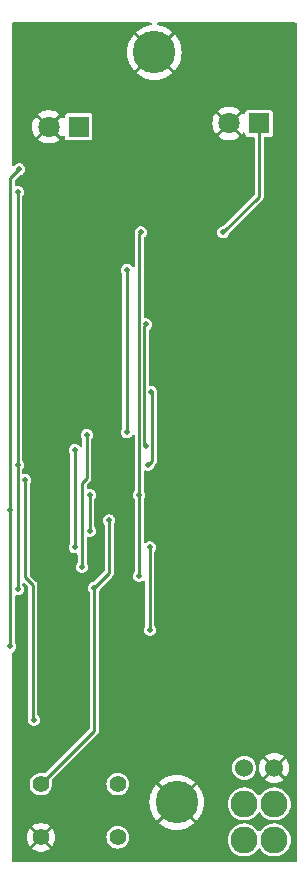
<source format=gbr>
%TF.GenerationSoftware,KiCad,Pcbnew,7.0.6-7.0.6~ubuntu22.04.1*%
%TF.CreationDate,2023-09-16T17:19:44-04:00*%
%TF.ProjectId,avr-smt-44,6176722d-736d-4742-9d34-342e6b696361,rev?*%
%TF.SameCoordinates,Original*%
%TF.FileFunction,Copper,L2,Bot*%
%TF.FilePolarity,Positive*%
%FSLAX46Y46*%
G04 Gerber Fmt 4.6, Leading zero omitted, Abs format (unit mm)*
G04 Created by KiCad (PCBNEW 7.0.6-7.0.6~ubuntu22.04.1) date 2023-09-16 17:19:44*
%MOMM*%
%LPD*%
G01*
G04 APERTURE LIST*
%TA.AperFunction,ComponentPad*%
%ADD10C,3.600000*%
%TD*%
%TA.AperFunction,ComponentPad*%
%ADD11C,1.397000*%
%TD*%
%TA.AperFunction,ComponentPad*%
%ADD12C,1.524000*%
%TD*%
%TA.AperFunction,ComponentPad*%
%ADD13C,2.286000*%
%TD*%
%TA.AperFunction,ComponentPad*%
%ADD14R,1.800000X1.800000*%
%TD*%
%TA.AperFunction,ComponentPad*%
%ADD15C,1.800000*%
%TD*%
%TA.AperFunction,ViaPad*%
%ADD16C,0.508000*%
%TD*%
%TA.AperFunction,Conductor*%
%ADD17C,0.254000*%
%TD*%
G04 APERTURE END LIST*
D10*
%TO.P,TP2,1,1*%
%TO.N,GND*%
X167005000Y-122555000D03*
%TD*%
%TO.P,TP1,1,1*%
%TO.N,GND*%
X165100000Y-59055000D03*
%TD*%
D11*
%TO.P,SW1,1,1*%
%TO.N,/MISO*%
X155498800Y-121011350D03*
%TO.P,SW1,2,2*%
%TO.N,GND*%
X155498800Y-125507150D03*
%TO.P,SW1,3*%
%TO.N,N/C*%
X162001200Y-125507150D03*
%TO.P,SW1,4*%
X162001200Y-121011350D03*
%TD*%
D12*
%TO.P,BT1,1,+*%
%TO.N,VCC*%
X172720000Y-119634000D03*
%TO.P,BT1,2,-*%
%TO.N,GND*%
X175260000Y-119634000D03*
D13*
%TO.P,BT1,5*%
%TO.N,N/C*%
X172720000Y-122682000D03*
%TO.P,BT1,6*%
X175260000Y-122682000D03*
%TO.P,BT1,7*%
X172720000Y-125730000D03*
%TO.P,BT1,8*%
X175260000Y-125730000D03*
%TD*%
D14*
%TO.P,D9,1,K*%
%TO.N,/MOSI*%
X158710000Y-65350000D03*
D15*
%TO.P,D9,2,A*%
%TO.N,GND*%
X156170000Y-65350000D03*
%TD*%
D14*
%TO.P,D10,1,K*%
%TO.N,/SCL*%
X173970000Y-65060000D03*
D15*
%TO.P,D10,2,A*%
%TO.N,GND*%
X171430000Y-65060000D03*
%TD*%
D16*
%TO.N,GND*%
X156083000Y-111760000D03*
X175768000Y-114427000D03*
X175895000Y-109474000D03*
X175768000Y-104394000D03*
X175895000Y-99187000D03*
X175895000Y-94107000D03*
X176022000Y-88773000D03*
X176022000Y-83693000D03*
X176022000Y-78740000D03*
X161290000Y-89408000D03*
X160401000Y-87757000D03*
X161290000Y-74422000D03*
%TO.N,/SCL*%
X170942000Y-74295000D03*
X163957000Y-74295000D03*
%TO.N,/nRESET*%
X153543000Y-70866000D03*
%TO.N,Net-(U1-PB2)*%
X154940000Y-115570000D03*
X154178000Y-95250000D03*
%TO.N,/nRESET*%
X153543000Y-104521000D03*
X153543000Y-93980000D03*
%TO.N,/MOSI*%
X152908000Y-109347000D03*
%TO.N,/MISO*%
X160020000Y-104394000D03*
X161290000Y-98679000D03*
%TO.N,/SCL*%
X163830000Y-103378000D03*
X163830000Y-96520000D03*
%TO.N,Net-(U1-AREF{slash}PA0)*%
X162814000Y-77469998D03*
X162765268Y-91234044D03*
%TO.N,Net-(U1-PA1)*%
X164388800Y-82081235D03*
X164388800Y-92340663D03*
%TO.N,Net-(U1-PA2)*%
X164820600Y-87794613D03*
X164592000Y-93980000D03*
%TO.N,Net-(U1-XTAL2{slash}PB1)*%
X158369000Y-92710000D03*
X158369000Y-100965000D03*
X164719000Y-107950000D03*
X164719000Y-100965000D03*
%TO.N,Net-(U1-XTAL1{slash}PB0)*%
X159004000Y-102616000D03*
X159385000Y-91440000D03*
%TO.N,Net-(U1-PA7)*%
X159639000Y-99568000D03*
X159639000Y-96520000D03*
%TO.N,/MOSI*%
X152908000Y-97790000D03*
X153670000Y-68935000D03*
%TD*%
D17*
%TO.N,/MOSI*%
X152907500Y-97789500D02*
X152907500Y-69697500D01*
X152908000Y-97790000D02*
X152907500Y-97789500D01*
X152907500Y-69697500D02*
X153670000Y-68935000D01*
%TO.N,Net-(U1-AREF{slash}PA0)*%
X162763200Y-77520798D02*
X162814000Y-77469998D01*
X162763200Y-91231976D02*
X162763200Y-77520798D01*
X162765268Y-91234044D02*
X162763200Y-91231976D01*
%TO.N,/MISO*%
X160020000Y-104394000D02*
X160020000Y-116490150D01*
X160020000Y-116490150D02*
X155498800Y-121011350D01*
%TO.N,/SCL*%
X170942000Y-74295000D02*
X173970000Y-71267000D01*
X173970000Y-71267000D02*
X173970000Y-65060000D01*
%TO.N,Net-(U1-PA2)*%
X164592000Y-93980000D02*
X164947600Y-93624400D01*
%TO.N,/SCL*%
X163830000Y-96520000D02*
X163830000Y-74422000D01*
X163830000Y-74422000D02*
X163957000Y-74295000D01*
%TO.N,Net-(U1-PA1)*%
X164261800Y-92213663D02*
X164261800Y-82208235D01*
%TO.N,Net-(U1-PA2)*%
X164947600Y-93624400D02*
X164947600Y-87921613D01*
%TO.N,Net-(U1-PA1)*%
X164388800Y-92340663D02*
X164261800Y-92213663D01*
%TO.N,Net-(U1-PA2)*%
X164947600Y-87921613D02*
X164820600Y-87794613D01*
%TO.N,Net-(U1-PA1)*%
X164261800Y-82208235D02*
X164388800Y-82081235D01*
%TO.N,/nRESET*%
X153543000Y-70866000D02*
X153543000Y-93980000D01*
%TO.N,Net-(U1-PB2)*%
X154178000Y-95250000D02*
X154178000Y-103505000D01*
X154178000Y-103505000D02*
X154813000Y-104140000D01*
X154813000Y-104140000D02*
X154813000Y-115443000D01*
X154813000Y-115443000D02*
X154940000Y-115570000D01*
%TO.N,/nRESET*%
X153543000Y-93980000D02*
X153543000Y-104521000D01*
%TO.N,/MOSI*%
X152908000Y-97790000D02*
X152908000Y-109347000D01*
%TO.N,/MISO*%
X161290000Y-98679000D02*
X161290000Y-103124000D01*
X161290000Y-103124000D02*
X160020000Y-104394000D01*
%TO.N,/SCL*%
X163830000Y-96520000D02*
X163830000Y-103378000D01*
%TO.N,Net-(U1-XTAL2{slash}PB1)*%
X158369000Y-100965000D02*
X158369000Y-92710000D01*
X164719000Y-107950000D02*
X164719000Y-100965000D01*
%TO.N,Net-(U1-XTAL1{slash}PB0)*%
X159385000Y-91440000D02*
X159385000Y-95123000D01*
X159385000Y-95123000D02*
X159004000Y-95504000D01*
X159004000Y-95504000D02*
X159004000Y-102616000D01*
%TO.N,Net-(U1-PA7)*%
X159639000Y-96520000D02*
X159639000Y-99568000D01*
%TD*%
%TA.AperFunction,Conductor*%
%TO.N,GND*%
G36*
X164827847Y-56535002D02*
G01*
X164874340Y-56588658D01*
X164884444Y-56658932D01*
X164854950Y-56723512D01*
X164795224Y-56761896D01*
X164784308Y-56764579D01*
X164501365Y-56820860D01*
X164501355Y-56820862D01*
X164214879Y-56918108D01*
X164214865Y-56918114D01*
X163943526Y-57051923D01*
X163691964Y-57220011D01*
X163691960Y-57220014D01*
X163560184Y-57335578D01*
X163560184Y-57335580D01*
X164487486Y-58262882D01*
X164371469Y-58362480D01*
X164308816Y-58443420D01*
X163380580Y-57515184D01*
X163380578Y-57515184D01*
X163265014Y-57646960D01*
X163265011Y-57646964D01*
X163096923Y-57898526D01*
X162963114Y-58169865D01*
X162963108Y-58169879D01*
X162865862Y-58456355D01*
X162865860Y-58456365D01*
X162806837Y-58753088D01*
X162806835Y-58753103D01*
X162787048Y-59054996D01*
X162787048Y-59055003D01*
X162806835Y-59356896D01*
X162806837Y-59356911D01*
X162865860Y-59653634D01*
X162865862Y-59653644D01*
X162963108Y-59940120D01*
X162963114Y-59940134D01*
X163096923Y-60211473D01*
X163265009Y-60463033D01*
X163380580Y-60594814D01*
X164305140Y-59670254D01*
X164305146Y-59670263D01*
X164445268Y-59817671D01*
X164487522Y-59847080D01*
X163560184Y-60774418D01*
X163560184Y-60774419D01*
X163691974Y-60889995D01*
X163943526Y-61058076D01*
X164214865Y-61191885D01*
X164214879Y-61191891D01*
X164501355Y-61289137D01*
X164501365Y-61289139D01*
X164798088Y-61348162D01*
X164798103Y-61348164D01*
X165099997Y-61367952D01*
X165100003Y-61367952D01*
X165401896Y-61348164D01*
X165401911Y-61348162D01*
X165698634Y-61289139D01*
X165698644Y-61289137D01*
X165985120Y-61191891D01*
X165985134Y-61191885D01*
X166256473Y-61058076D01*
X166508036Y-60889987D01*
X166508041Y-60889984D01*
X166639814Y-60774420D01*
X166639814Y-60774418D01*
X165712513Y-59847117D01*
X165828531Y-59747520D01*
X165891183Y-59666579D01*
X166819418Y-60594814D01*
X166819420Y-60594814D01*
X166934984Y-60463041D01*
X166934987Y-60463036D01*
X167103076Y-60211473D01*
X167236885Y-59940134D01*
X167236891Y-59940120D01*
X167334137Y-59653644D01*
X167334139Y-59653634D01*
X167393162Y-59356911D01*
X167393164Y-59356896D01*
X167412952Y-59055003D01*
X167412952Y-59054996D01*
X167393164Y-58753103D01*
X167393162Y-58753088D01*
X167334139Y-58456365D01*
X167334137Y-58456355D01*
X167236891Y-58169879D01*
X167236885Y-58169865D01*
X167103076Y-57898526D01*
X166934995Y-57646974D01*
X166819418Y-57515184D01*
X165894858Y-58439744D01*
X165894854Y-58439737D01*
X165754732Y-58292329D01*
X165712476Y-58262918D01*
X166639814Y-57335580D01*
X166639814Y-57335579D01*
X166508033Y-57220009D01*
X166256473Y-57051923D01*
X165985134Y-56918114D01*
X165985120Y-56918108D01*
X165698644Y-56820862D01*
X165698634Y-56820860D01*
X165415692Y-56764579D01*
X165352783Y-56731671D01*
X165317651Y-56669976D01*
X165321451Y-56599082D01*
X165362977Y-56541496D01*
X165429044Y-56515501D01*
X165440274Y-56515000D01*
X177039000Y-56515000D01*
X177107121Y-56535002D01*
X177153614Y-56588658D01*
X177165000Y-56641000D01*
X177165000Y-127509000D01*
X177144998Y-127577121D01*
X177091342Y-127623614D01*
X177039000Y-127635000D01*
X153161000Y-127635000D01*
X153092879Y-127614998D01*
X153046386Y-127561342D01*
X153035000Y-127509000D01*
X153035000Y-125507150D01*
X154287131Y-125507150D01*
X154307762Y-125729797D01*
X154368949Y-125944846D01*
X154368952Y-125944854D01*
X154468619Y-126145013D01*
X154560139Y-126266204D01*
X155041787Y-125784556D01*
X155058931Y-125817643D01*
X155159013Y-125924805D01*
X155222277Y-125963276D01*
X154738718Y-126446835D01*
X154768607Y-126474084D01*
X154768613Y-126474088D01*
X154958701Y-126591785D01*
X154958711Y-126591790D01*
X155167209Y-126672563D01*
X155387004Y-126713650D01*
X155610596Y-126713650D01*
X155830390Y-126672563D01*
X156038888Y-126591790D01*
X156038893Y-126591788D01*
X156228993Y-126474083D01*
X156228998Y-126474079D01*
X156258881Y-126446835D01*
X155778924Y-125966878D01*
X155892293Y-125874647D01*
X155955854Y-125784600D01*
X156437458Y-126266204D01*
X156437459Y-126266204D01*
X156528982Y-126145009D01*
X156628647Y-125944854D01*
X156628650Y-125944846D01*
X156689837Y-125729797D01*
X156710468Y-125507153D01*
X161043589Y-125507153D01*
X161061987Y-125693963D01*
X161061987Y-125693965D01*
X161116482Y-125873609D01*
X161116484Y-125873615D01*
X161163097Y-125960821D01*
X161204976Y-126039170D01*
X161324067Y-126184283D01*
X161469180Y-126303374D01*
X161634738Y-126391867D01*
X161814379Y-126446361D01*
X161814383Y-126446361D01*
X161814385Y-126446362D01*
X162001197Y-126464761D01*
X162001200Y-126464761D01*
X162001203Y-126464761D01*
X162188013Y-126446362D01*
X162188015Y-126446362D01*
X162188016Y-126446361D01*
X162188021Y-126446361D01*
X162367662Y-126391867D01*
X162533220Y-126303374D01*
X162678333Y-126184283D01*
X162797424Y-126039170D01*
X162885917Y-125873612D01*
X162929482Y-125730000D01*
X171317710Y-125730000D01*
X171336835Y-125960812D01*
X171336837Y-125960821D01*
X171393688Y-126185319D01*
X171393691Y-126185326D01*
X171486722Y-126397415D01*
X171613395Y-126591304D01*
X171770248Y-126761692D01*
X171770253Y-126761696D01*
X171770255Y-126761698D01*
X171953019Y-126903949D01*
X171953020Y-126903950D01*
X172156707Y-127014180D01*
X172156709Y-127014181D01*
X172271716Y-127053662D01*
X172375758Y-127089380D01*
X172604200Y-127127500D01*
X172604204Y-127127500D01*
X172835796Y-127127500D01*
X172835800Y-127127500D01*
X173064242Y-127089380D01*
X173283293Y-127014180D01*
X173486980Y-126903950D01*
X173669745Y-126761698D01*
X173713977Y-126713650D01*
X173826604Y-126591304D01*
X173884517Y-126502661D01*
X173938520Y-126456573D01*
X174008868Y-126446997D01*
X174073225Y-126476974D01*
X174095483Y-126502661D01*
X174153395Y-126591304D01*
X174310248Y-126761692D01*
X174310253Y-126761696D01*
X174310255Y-126761698D01*
X174493019Y-126903949D01*
X174493020Y-126903950D01*
X174696707Y-127014180D01*
X174696709Y-127014181D01*
X174811716Y-127053662D01*
X174915758Y-127089380D01*
X175144200Y-127127500D01*
X175144204Y-127127500D01*
X175375796Y-127127500D01*
X175375800Y-127127500D01*
X175604242Y-127089380D01*
X175823293Y-127014180D01*
X176026980Y-126903950D01*
X176209745Y-126761698D01*
X176253977Y-126713650D01*
X176366604Y-126591304D01*
X176441299Y-126476974D01*
X176493277Y-126397416D01*
X176586310Y-126185323D01*
X176643165Y-125960809D01*
X176662290Y-125730000D01*
X176643165Y-125499191D01*
X176597872Y-125320336D01*
X176586311Y-125274680D01*
X176586308Y-125274673D01*
X176493277Y-125062584D01*
X176366604Y-124868695D01*
X176209751Y-124698307D01*
X176026980Y-124556050D01*
X176026979Y-124556049D01*
X175823292Y-124445819D01*
X175823290Y-124445818D01*
X175604246Y-124370621D01*
X175604239Y-124370619D01*
X175506470Y-124354305D01*
X175375800Y-124332500D01*
X175144200Y-124332500D01*
X175029877Y-124351576D01*
X174915760Y-124370619D01*
X174915753Y-124370621D01*
X174696709Y-124445818D01*
X174696707Y-124445819D01*
X174493020Y-124556049D01*
X174493019Y-124556050D01*
X174310248Y-124698307D01*
X174153395Y-124868695D01*
X174095483Y-124957338D01*
X174041480Y-125003427D01*
X173971132Y-125013002D01*
X173906774Y-124983025D01*
X173884517Y-124957338D01*
X173826604Y-124868695D01*
X173669751Y-124698307D01*
X173486980Y-124556050D01*
X173486979Y-124556049D01*
X173283292Y-124445819D01*
X173283290Y-124445818D01*
X173064246Y-124370621D01*
X173064239Y-124370619D01*
X172966470Y-124354305D01*
X172835800Y-124332500D01*
X172604200Y-124332500D01*
X172489877Y-124351576D01*
X172375760Y-124370619D01*
X172375753Y-124370621D01*
X172156709Y-124445818D01*
X172156707Y-124445819D01*
X171953020Y-124556049D01*
X171953019Y-124556050D01*
X171770248Y-124698307D01*
X171613395Y-124868695D01*
X171486722Y-125062584D01*
X171393691Y-125274673D01*
X171393688Y-125274680D01*
X171336837Y-125499178D01*
X171336835Y-125499187D01*
X171317710Y-125730000D01*
X162929482Y-125730000D01*
X162940411Y-125693971D01*
X162958811Y-125507150D01*
X162940412Y-125320336D01*
X162940412Y-125320334D01*
X162940411Y-125320331D01*
X162940411Y-125320329D01*
X162885917Y-125140688D01*
X162797424Y-124975130D01*
X162678333Y-124830017D01*
X162533220Y-124710926D01*
X162497597Y-124691885D01*
X162367665Y-124622434D01*
X162367659Y-124622432D01*
X162188014Y-124567937D01*
X162001203Y-124549539D01*
X162001197Y-124549539D01*
X161814386Y-124567937D01*
X161814384Y-124567937D01*
X161634740Y-124622432D01*
X161634734Y-124622434D01*
X161469179Y-124710926D01*
X161324067Y-124830017D01*
X161204976Y-124975129D01*
X161116484Y-125140684D01*
X161116482Y-125140690D01*
X161061987Y-125320334D01*
X161061987Y-125320336D01*
X161043589Y-125507146D01*
X161043589Y-125507153D01*
X156710468Y-125507153D01*
X156710468Y-125507150D01*
X156689837Y-125284502D01*
X156628650Y-125069453D01*
X156628647Y-125069445D01*
X156528980Y-124869286D01*
X156437459Y-124748094D01*
X155955811Y-125229741D01*
X155938669Y-125196657D01*
X155838587Y-125089495D01*
X155775321Y-125051022D01*
X156258880Y-124567463D01*
X156228992Y-124540215D01*
X156228986Y-124540211D01*
X156038898Y-124422514D01*
X156038888Y-124422509D01*
X155830390Y-124341736D01*
X155610596Y-124300650D01*
X155387004Y-124300650D01*
X155167209Y-124341736D01*
X154958711Y-124422509D01*
X154958701Y-124422514D01*
X154768614Y-124540210D01*
X154768606Y-124540217D01*
X154738717Y-124567463D01*
X155218675Y-125047421D01*
X155105307Y-125139653D01*
X155041745Y-125229699D01*
X154560140Y-124748094D01*
X154560138Y-124748094D01*
X154468620Y-124869284D01*
X154368952Y-125069445D01*
X154368949Y-125069453D01*
X154307762Y-125284502D01*
X154287131Y-125507150D01*
X153035000Y-125507150D01*
X153035000Y-122555003D01*
X164692048Y-122555003D01*
X164711835Y-122856896D01*
X164711837Y-122856911D01*
X164770860Y-123153634D01*
X164770862Y-123153644D01*
X164868108Y-123440120D01*
X164868114Y-123440134D01*
X165001923Y-123711473D01*
X165170009Y-123963033D01*
X165285580Y-124094814D01*
X166210140Y-123170254D01*
X166210146Y-123170263D01*
X166350268Y-123317671D01*
X166392522Y-123347080D01*
X165465184Y-124274418D01*
X165465184Y-124274419D01*
X165596974Y-124389995D01*
X165848526Y-124558076D01*
X166119865Y-124691885D01*
X166119879Y-124691891D01*
X166406355Y-124789137D01*
X166406365Y-124789139D01*
X166703088Y-124848162D01*
X166703103Y-124848164D01*
X167004997Y-124867952D01*
X167005003Y-124867952D01*
X167306896Y-124848164D01*
X167306911Y-124848162D01*
X167603634Y-124789139D01*
X167603644Y-124789137D01*
X167890120Y-124691891D01*
X167890134Y-124691885D01*
X168161473Y-124558076D01*
X168413036Y-124389987D01*
X168413041Y-124389984D01*
X168544814Y-124274420D01*
X168544814Y-124274418D01*
X167617513Y-123347117D01*
X167733531Y-123247520D01*
X167796183Y-123166579D01*
X168724418Y-124094814D01*
X168724420Y-124094814D01*
X168839984Y-123963041D01*
X168839987Y-123963036D01*
X169008076Y-123711473D01*
X169141885Y-123440134D01*
X169141891Y-123440120D01*
X169239137Y-123153644D01*
X169239139Y-123153634D01*
X169298162Y-122856911D01*
X169298164Y-122856896D01*
X169309628Y-122682000D01*
X171317710Y-122682000D01*
X171336835Y-122912812D01*
X171336837Y-122912821D01*
X171393688Y-123137319D01*
X171393691Y-123137326D01*
X171486722Y-123349415D01*
X171613395Y-123543304D01*
X171770248Y-123713692D01*
X171770253Y-123713696D01*
X171770255Y-123713698D01*
X171953019Y-123855949D01*
X171953020Y-123855950D01*
X172156707Y-123966180D01*
X172156709Y-123966181D01*
X172271716Y-124005662D01*
X172375758Y-124041380D01*
X172604200Y-124079500D01*
X172604204Y-124079500D01*
X172835796Y-124079500D01*
X172835800Y-124079500D01*
X173064242Y-124041380D01*
X173283293Y-123966180D01*
X173486980Y-123855950D01*
X173669745Y-123713698D01*
X173671794Y-123711473D01*
X173826604Y-123543304D01*
X173884517Y-123454661D01*
X173938520Y-123408573D01*
X174008868Y-123398997D01*
X174073225Y-123428974D01*
X174095483Y-123454661D01*
X174153395Y-123543304D01*
X174310248Y-123713692D01*
X174310253Y-123713696D01*
X174310255Y-123713698D01*
X174493019Y-123855949D01*
X174493020Y-123855950D01*
X174696707Y-123966180D01*
X174696709Y-123966181D01*
X174811716Y-124005662D01*
X174915758Y-124041380D01*
X175144200Y-124079500D01*
X175144204Y-124079500D01*
X175375796Y-124079500D01*
X175375800Y-124079500D01*
X175604242Y-124041380D01*
X175823293Y-123966180D01*
X176026980Y-123855950D01*
X176209745Y-123713698D01*
X176211794Y-123711473D01*
X176366604Y-123543304D01*
X176434017Y-123440120D01*
X176493277Y-123349416D01*
X176586310Y-123137323D01*
X176643165Y-122912809D01*
X176662290Y-122682000D01*
X176643165Y-122451191D01*
X176630908Y-122402791D01*
X176586311Y-122226680D01*
X176586308Y-122226673D01*
X176493277Y-122014584D01*
X176366604Y-121820695D01*
X176209751Y-121650307D01*
X176107111Y-121570419D01*
X176026980Y-121508050D01*
X176026979Y-121508049D01*
X175823292Y-121397819D01*
X175823290Y-121397818D01*
X175604246Y-121322621D01*
X175604239Y-121322619D01*
X175506470Y-121306305D01*
X175375800Y-121284500D01*
X175144200Y-121284500D01*
X175029877Y-121303576D01*
X174915760Y-121322619D01*
X174915753Y-121322621D01*
X174696709Y-121397818D01*
X174696707Y-121397819D01*
X174493020Y-121508049D01*
X174493019Y-121508050D01*
X174310248Y-121650307D01*
X174153395Y-121820695D01*
X174095483Y-121909338D01*
X174041480Y-121955427D01*
X173971132Y-121965002D01*
X173906774Y-121935025D01*
X173884517Y-121909338D01*
X173826604Y-121820695D01*
X173669751Y-121650307D01*
X173567111Y-121570419D01*
X173486980Y-121508050D01*
X173486979Y-121508049D01*
X173283292Y-121397819D01*
X173283290Y-121397818D01*
X173064246Y-121322621D01*
X173064239Y-121322619D01*
X172966470Y-121306305D01*
X172835800Y-121284500D01*
X172604200Y-121284500D01*
X172489877Y-121303576D01*
X172375760Y-121322619D01*
X172375753Y-121322621D01*
X172156709Y-121397818D01*
X172156707Y-121397819D01*
X171953020Y-121508049D01*
X171953019Y-121508050D01*
X171770248Y-121650307D01*
X171613395Y-121820695D01*
X171486722Y-122014584D01*
X171393691Y-122226673D01*
X171393688Y-122226680D01*
X171336837Y-122451178D01*
X171336835Y-122451187D01*
X171317710Y-122682000D01*
X169309628Y-122682000D01*
X169317952Y-122555003D01*
X169317952Y-122554996D01*
X169298164Y-122253103D01*
X169298162Y-122253088D01*
X169239139Y-121956365D01*
X169239137Y-121956355D01*
X169141891Y-121669879D01*
X169141885Y-121669865D01*
X169008076Y-121398526D01*
X168839995Y-121146974D01*
X168724418Y-121015184D01*
X167799858Y-121939744D01*
X167799854Y-121939737D01*
X167659732Y-121792329D01*
X167617476Y-121762918D01*
X168544814Y-120835580D01*
X168544814Y-120835579D01*
X168413033Y-120720009D01*
X168161473Y-120551923D01*
X167890134Y-120418114D01*
X167890120Y-120418108D01*
X167603644Y-120320862D01*
X167603634Y-120320860D01*
X167306911Y-120261837D01*
X167306896Y-120261835D01*
X167005003Y-120242048D01*
X167004997Y-120242048D01*
X166703103Y-120261835D01*
X166703088Y-120261837D01*
X166406365Y-120320860D01*
X166406355Y-120320862D01*
X166119879Y-120418108D01*
X166119865Y-120418114D01*
X165848526Y-120551923D01*
X165596964Y-120720011D01*
X165596960Y-120720014D01*
X165465184Y-120835578D01*
X165465184Y-120835580D01*
X166392487Y-121762882D01*
X166276469Y-121862480D01*
X166213816Y-121943420D01*
X165285580Y-121015184D01*
X165285578Y-121015184D01*
X165170014Y-121146960D01*
X165170011Y-121146964D01*
X165001923Y-121398526D01*
X164868114Y-121669865D01*
X164868108Y-121669879D01*
X164770862Y-121956355D01*
X164770860Y-121956365D01*
X164711837Y-122253088D01*
X164711835Y-122253103D01*
X164692048Y-122554996D01*
X164692048Y-122555003D01*
X153035000Y-122555003D01*
X153035000Y-121011353D01*
X154541189Y-121011353D01*
X154559587Y-121198163D01*
X154559587Y-121198165D01*
X154614082Y-121377809D01*
X154614084Y-121377815D01*
X154683696Y-121508049D01*
X154702576Y-121543370D01*
X154821667Y-121688483D01*
X154966780Y-121807574D01*
X155132338Y-121896067D01*
X155311979Y-121950561D01*
X155311983Y-121950561D01*
X155311985Y-121950562D01*
X155498797Y-121968961D01*
X155498800Y-121968961D01*
X155498803Y-121968961D01*
X155685613Y-121950562D01*
X155685615Y-121950562D01*
X155685616Y-121950561D01*
X155685621Y-121950561D01*
X155865262Y-121896067D01*
X156030820Y-121807574D01*
X156175933Y-121688483D01*
X156295024Y-121543370D01*
X156383517Y-121377812D01*
X156438011Y-121198171D01*
X156456411Y-121011353D01*
X161043589Y-121011353D01*
X161061987Y-121198163D01*
X161061987Y-121198165D01*
X161116482Y-121377809D01*
X161116484Y-121377815D01*
X161186096Y-121508049D01*
X161204976Y-121543370D01*
X161324067Y-121688483D01*
X161469180Y-121807574D01*
X161634738Y-121896067D01*
X161814379Y-121950561D01*
X161814383Y-121950561D01*
X161814385Y-121950562D01*
X162001197Y-121968961D01*
X162001200Y-121968961D01*
X162001203Y-121968961D01*
X162188013Y-121950562D01*
X162188015Y-121950562D01*
X162188016Y-121950561D01*
X162188021Y-121950561D01*
X162367662Y-121896067D01*
X162533220Y-121807574D01*
X162678333Y-121688483D01*
X162797424Y-121543370D01*
X162885917Y-121377812D01*
X162940411Y-121198171D01*
X162958811Y-121011350D01*
X162946645Y-120887831D01*
X162940412Y-120824536D01*
X162940412Y-120824534D01*
X162940411Y-120824531D01*
X162940411Y-120824529D01*
X162885917Y-120644888D01*
X162797424Y-120479330D01*
X162678333Y-120334217D01*
X162533220Y-120215126D01*
X162507664Y-120201466D01*
X162367665Y-120126634D01*
X162367659Y-120126632D01*
X162188014Y-120072137D01*
X162001203Y-120053739D01*
X162001197Y-120053739D01*
X161814386Y-120072137D01*
X161814384Y-120072137D01*
X161634740Y-120126632D01*
X161634734Y-120126634D01*
X161469179Y-120215126D01*
X161324067Y-120334217D01*
X161204976Y-120479329D01*
X161116484Y-120644884D01*
X161116482Y-120644890D01*
X161061987Y-120824534D01*
X161061987Y-120824536D01*
X161043589Y-121011346D01*
X161043589Y-121011353D01*
X156456411Y-121011353D01*
X156456411Y-121011350D01*
X156444245Y-120887831D01*
X156438012Y-120824536D01*
X156438011Y-120824533D01*
X156438011Y-120824529D01*
X156410388Y-120733473D01*
X156409755Y-120662480D01*
X156441866Y-120607804D01*
X157415667Y-119634003D01*
X171698582Y-119634003D01*
X171718206Y-119833261D01*
X171718206Y-119833263D01*
X171776332Y-120024877D01*
X171776334Y-120024883D01*
X171870720Y-120201466D01*
X171870722Y-120201469D01*
X171997748Y-120356252D01*
X172152531Y-120483278D01*
X172329120Y-120577667D01*
X172520731Y-120635792D01*
X172520735Y-120635792D01*
X172520737Y-120635793D01*
X172719997Y-120655418D01*
X172720000Y-120655418D01*
X172720003Y-120655418D01*
X172919261Y-120635793D01*
X172919263Y-120635793D01*
X172919264Y-120635792D01*
X172919269Y-120635792D01*
X173110880Y-120577667D01*
X173287469Y-120483278D01*
X173442252Y-120356252D01*
X173569278Y-120201469D01*
X173663667Y-120024880D01*
X173721792Y-119833269D01*
X173737677Y-119671977D01*
X173752978Y-119634085D01*
X173973165Y-119634085D01*
X173986863Y-119660849D01*
X173988590Y-119673346D01*
X174004515Y-119855365D01*
X174004516Y-119855371D01*
X174062031Y-120070023D01*
X174062033Y-120070027D01*
X174155946Y-120271424D01*
X174155947Y-120271426D01*
X174274151Y-120440240D01*
X174274154Y-120440240D01*
X174897219Y-119817175D01*
X174927117Y-119875854D01*
X175018146Y-119966883D01*
X175076823Y-119996780D01*
X174453758Y-120619845D01*
X174622575Y-120738053D01*
X174622574Y-120738053D01*
X174823972Y-120831966D01*
X174823976Y-120831968D01*
X175038625Y-120889482D01*
X175260000Y-120908850D01*
X175481374Y-120889482D01*
X175696023Y-120831968D01*
X175696027Y-120831966D01*
X175897425Y-120738053D01*
X176066240Y-120619846D01*
X176066240Y-120619844D01*
X175443176Y-119996780D01*
X175501854Y-119966883D01*
X175592883Y-119875854D01*
X175622780Y-119817175D01*
X176245844Y-120440240D01*
X176245846Y-120440240D01*
X176364053Y-120271425D01*
X176457966Y-120070027D01*
X176457968Y-120070023D01*
X176515482Y-119855374D01*
X176534850Y-119633999D01*
X176515482Y-119412625D01*
X176457968Y-119197976D01*
X176457966Y-119197972D01*
X176364052Y-118996574D01*
X176245846Y-118827758D01*
X176245845Y-118827758D01*
X175622780Y-119450823D01*
X175592883Y-119392146D01*
X175501854Y-119301117D01*
X175443174Y-119271218D01*
X176066240Y-118648153D01*
X176066240Y-118648151D01*
X175897426Y-118529947D01*
X175897424Y-118529946D01*
X175696027Y-118436033D01*
X175696023Y-118436031D01*
X175481374Y-118378517D01*
X175260000Y-118359149D01*
X175038625Y-118378517D01*
X174823976Y-118436031D01*
X174823972Y-118436033D01*
X174622571Y-118529948D01*
X174453758Y-118648151D01*
X174453758Y-118648152D01*
X175076824Y-119271219D01*
X175018146Y-119301117D01*
X174927117Y-119392146D01*
X174897219Y-119450824D01*
X174274153Y-118827758D01*
X174274151Y-118827758D01*
X174155948Y-118996571D01*
X174062033Y-119197972D01*
X174062031Y-119197976D01*
X174004516Y-119412628D01*
X174004515Y-119412634D01*
X173988590Y-119594653D01*
X173973165Y-119634085D01*
X173752978Y-119634085D01*
X173752983Y-119634072D01*
X173739540Y-119608497D01*
X173737677Y-119596020D01*
X173737542Y-119594653D01*
X173721793Y-119434738D01*
X173721793Y-119434736D01*
X173721792Y-119434733D01*
X173721792Y-119434731D01*
X173663667Y-119243120D01*
X173569278Y-119066531D01*
X173442252Y-118911748D01*
X173287469Y-118784722D01*
X173287467Y-118784721D01*
X173287466Y-118784720D01*
X173110883Y-118690334D01*
X173110877Y-118690332D01*
X172971829Y-118648152D01*
X172919269Y-118632208D01*
X172919268Y-118632207D01*
X172919262Y-118632206D01*
X172720003Y-118612582D01*
X172719997Y-118612582D01*
X172520738Y-118632206D01*
X172520736Y-118632206D01*
X172329122Y-118690332D01*
X172329116Y-118690334D01*
X172152533Y-118784720D01*
X171997748Y-118911748D01*
X171870720Y-119066533D01*
X171776334Y-119243116D01*
X171776332Y-119243122D01*
X171718206Y-119434736D01*
X171718206Y-119434738D01*
X171698582Y-119633996D01*
X171698582Y-119634003D01*
X157415667Y-119634003D01*
X160252542Y-116797128D01*
X160272718Y-116780744D01*
X160281956Y-116774710D01*
X160304114Y-116746239D01*
X160309282Y-116740388D01*
X160312113Y-116737559D01*
X160325891Y-116718260D01*
X160360158Y-116674235D01*
X160360158Y-116674232D01*
X160363957Y-116667214D01*
X160367471Y-116660024D01*
X160367475Y-116660020D01*
X160370025Y-116651450D01*
X160383391Y-116606560D01*
X160401499Y-116553814D01*
X160402819Y-116545899D01*
X160403805Y-116537993D01*
X160401500Y-116482266D01*
X160401500Y-104777221D01*
X160421502Y-104709100D01*
X160432273Y-104694711D01*
X160452176Y-104671743D01*
X160512919Y-104538734D01*
X160523429Y-104465631D01*
X160552921Y-104401053D01*
X160559037Y-104394483D01*
X161522542Y-103430978D01*
X161542718Y-103414594D01*
X161551956Y-103408560D01*
X161574114Y-103380089D01*
X161579282Y-103374238D01*
X161582113Y-103371409D01*
X161595891Y-103352110D01*
X161630158Y-103308085D01*
X161630158Y-103308082D01*
X161633957Y-103301064D01*
X161637471Y-103293874D01*
X161637475Y-103293870D01*
X161640026Y-103285300D01*
X161653391Y-103240410D01*
X161671499Y-103187664D01*
X161672819Y-103179749D01*
X161673805Y-103171843D01*
X161671500Y-103116116D01*
X161671500Y-99062221D01*
X161691502Y-98994100D01*
X161702273Y-98979711D01*
X161722176Y-98956743D01*
X161782919Y-98823734D01*
X161803729Y-98679000D01*
X161803729Y-98678996D01*
X161782920Y-98534272D01*
X161782919Y-98534271D01*
X161782919Y-98534266D01*
X161722176Y-98401257D01*
X161626421Y-98290750D01*
X161626420Y-98290749D01*
X161564916Y-98251223D01*
X161503411Y-98211696D01*
X161468336Y-98201396D01*
X161363114Y-98170500D01*
X161363111Y-98170500D01*
X161216889Y-98170500D01*
X161216885Y-98170500D01*
X161076589Y-98211696D01*
X161076587Y-98211697D01*
X160953579Y-98290749D01*
X160857824Y-98401256D01*
X160797081Y-98534265D01*
X160797079Y-98534272D01*
X160776271Y-98678996D01*
X160776271Y-98679003D01*
X160797079Y-98823727D01*
X160797081Y-98823734D01*
X160857824Y-98956743D01*
X160877723Y-98979708D01*
X160907217Y-99044287D01*
X160908500Y-99062221D01*
X160908500Y-102913786D01*
X160888498Y-102981907D01*
X160871595Y-103002881D01*
X160025698Y-103848778D01*
X159963386Y-103882804D01*
X159954536Y-103884400D01*
X159946892Y-103885499D01*
X159806589Y-103926696D01*
X159806587Y-103926697D01*
X159683579Y-104005749D01*
X159587824Y-104116256D01*
X159527081Y-104249265D01*
X159527079Y-104249272D01*
X159506271Y-104393996D01*
X159506271Y-104394003D01*
X159527079Y-104538727D01*
X159527081Y-104538734D01*
X159587824Y-104671743D01*
X159607723Y-104694708D01*
X159637217Y-104759287D01*
X159638500Y-104777221D01*
X159638500Y-116279936D01*
X159618498Y-116348057D01*
X159601595Y-116369031D01*
X155902345Y-120068280D01*
X155840033Y-120102306D01*
X155776676Y-120099760D01*
X155685621Y-120072139D01*
X155685620Y-120072138D01*
X155685614Y-120072137D01*
X155498803Y-120053739D01*
X155498797Y-120053739D01*
X155311986Y-120072137D01*
X155311984Y-120072137D01*
X155132340Y-120126632D01*
X155132334Y-120126634D01*
X154966779Y-120215126D01*
X154821667Y-120334217D01*
X154702576Y-120479329D01*
X154614084Y-120644884D01*
X154614082Y-120644890D01*
X154559587Y-120824534D01*
X154559587Y-120824536D01*
X154541189Y-121011346D01*
X154541189Y-121011353D01*
X153035000Y-121011353D01*
X153035000Y-109933998D01*
X153055002Y-109865877D01*
X153108658Y-109819384D01*
X153117527Y-109816076D01*
X153121401Y-109814306D01*
X153121411Y-109814304D01*
X153244421Y-109735250D01*
X153340176Y-109624743D01*
X153400919Y-109491734D01*
X153421729Y-109347000D01*
X153421729Y-109346996D01*
X153400920Y-109202272D01*
X153400919Y-109202271D01*
X153400919Y-109202266D01*
X153340176Y-109069257D01*
X153320273Y-109046288D01*
X153290782Y-108981708D01*
X153289500Y-108963778D01*
X153289500Y-105144849D01*
X153309502Y-105076728D01*
X153363158Y-105030235D01*
X153433432Y-105020131D01*
X153450991Y-105023951D01*
X153469889Y-105029500D01*
X153469892Y-105029500D01*
X153616108Y-105029500D01*
X153616111Y-105029500D01*
X153756411Y-104988304D01*
X153879421Y-104909250D01*
X153975176Y-104798743D01*
X154035919Y-104665734D01*
X154036227Y-104663589D01*
X154056729Y-104521003D01*
X154056729Y-104520996D01*
X154035920Y-104376272D01*
X154035919Y-104376271D01*
X154035919Y-104376266D01*
X153975176Y-104243257D01*
X153955273Y-104220288D01*
X153925782Y-104155708D01*
X153924500Y-104137778D01*
X153924500Y-104095212D01*
X153944502Y-104027091D01*
X153998158Y-103980598D01*
X154068432Y-103970494D01*
X154133012Y-103999988D01*
X154139595Y-104006117D01*
X154394595Y-104261117D01*
X154428621Y-104323429D01*
X154431500Y-104350212D01*
X154431500Y-115390366D01*
X154428818Y-115416223D01*
X154426554Y-115427016D01*
X154429110Y-115447518D01*
X154431016Y-115462809D01*
X154431500Y-115470600D01*
X154431500Y-115474613D01*
X154432837Y-115482627D01*
X154433273Y-115521292D01*
X154426271Y-115570000D01*
X154426271Y-115570003D01*
X154447079Y-115714727D01*
X154447081Y-115714734D01*
X154507824Y-115847743D01*
X154603579Y-115958250D01*
X154726589Y-116037304D01*
X154846039Y-116072378D01*
X154866885Y-116078499D01*
X154866886Y-116078499D01*
X154866889Y-116078500D01*
X154866892Y-116078500D01*
X155013108Y-116078500D01*
X155013111Y-116078500D01*
X155153411Y-116037304D01*
X155276421Y-115958250D01*
X155372176Y-115847743D01*
X155432919Y-115714734D01*
X155453729Y-115570000D01*
X155453729Y-115569996D01*
X155432920Y-115425272D01*
X155432919Y-115425271D01*
X155432919Y-115425266D01*
X155372176Y-115292257D01*
X155357423Y-115275231D01*
X155276420Y-115181748D01*
X155276417Y-115181746D01*
X155252377Y-115166296D01*
X155205885Y-115112639D01*
X155194500Y-115060300D01*
X155194500Y-104192634D01*
X155197182Y-104166774D01*
X155199445Y-104155984D01*
X155194983Y-104120190D01*
X155194500Y-104112400D01*
X155194500Y-104108394D01*
X155194500Y-104108389D01*
X155190595Y-104084993D01*
X155183696Y-104029640D01*
X155183694Y-104029635D01*
X155181414Y-104021975D01*
X155178819Y-104014415D01*
X155152276Y-103965368D01*
X155127776Y-103915252D01*
X155123147Y-103908768D01*
X155118220Y-103902438D01*
X155077192Y-103864669D01*
X154596405Y-103383881D01*
X154562379Y-103321569D01*
X154559500Y-103294786D01*
X154559500Y-100965003D01*
X157855271Y-100965003D01*
X157876079Y-101109727D01*
X157876081Y-101109734D01*
X157936824Y-101242743D01*
X158032579Y-101353250D01*
X158155589Y-101432304D01*
X158275039Y-101467378D01*
X158295885Y-101473499D01*
X158295886Y-101473499D01*
X158295889Y-101473500D01*
X158295892Y-101473500D01*
X158442108Y-101473500D01*
X158442111Y-101473500D01*
X158461002Y-101467952D01*
X158531997Y-101467952D01*
X158591723Y-101506335D01*
X158621217Y-101570916D01*
X158622500Y-101588849D01*
X158622500Y-102232778D01*
X158602498Y-102300899D01*
X158591726Y-102315289D01*
X158571824Y-102338257D01*
X158511081Y-102471266D01*
X158511079Y-102471272D01*
X158490271Y-102615996D01*
X158490271Y-102616003D01*
X158511079Y-102760727D01*
X158511081Y-102760734D01*
X158571824Y-102893743D01*
X158667579Y-103004250D01*
X158790589Y-103083304D01*
X158902336Y-103116116D01*
X158930885Y-103124499D01*
X158930886Y-103124499D01*
X158930889Y-103124500D01*
X158930892Y-103124500D01*
X159077108Y-103124500D01*
X159077111Y-103124500D01*
X159217411Y-103083304D01*
X159340421Y-103004250D01*
X159436176Y-102893743D01*
X159496919Y-102760734D01*
X159517729Y-102616000D01*
X159517729Y-102615996D01*
X159496920Y-102471272D01*
X159496919Y-102471271D01*
X159496919Y-102471266D01*
X159436176Y-102338257D01*
X159416273Y-102315288D01*
X159386782Y-102250708D01*
X159385500Y-102232778D01*
X159385500Y-100191849D01*
X159405502Y-100123728D01*
X159459158Y-100077235D01*
X159529432Y-100067131D01*
X159546991Y-100070951D01*
X159565889Y-100076500D01*
X159565892Y-100076500D01*
X159712108Y-100076500D01*
X159712111Y-100076500D01*
X159852411Y-100035304D01*
X159975421Y-99956250D01*
X160071176Y-99845743D01*
X160131919Y-99712734D01*
X160152729Y-99568000D01*
X160152729Y-99567996D01*
X160131920Y-99423272D01*
X160131919Y-99423271D01*
X160131919Y-99423266D01*
X160071176Y-99290257D01*
X160051273Y-99267288D01*
X160021782Y-99202708D01*
X160020500Y-99184778D01*
X160020500Y-96903221D01*
X160040502Y-96835100D01*
X160051273Y-96820711D01*
X160071176Y-96797743D01*
X160131919Y-96664734D01*
X160152729Y-96520000D01*
X160152729Y-96519996D01*
X160131920Y-96375272D01*
X160131919Y-96375271D01*
X160131919Y-96375266D01*
X160071176Y-96242257D01*
X159975421Y-96131750D01*
X159975420Y-96131749D01*
X159892499Y-96078459D01*
X159852411Y-96052696D01*
X159817336Y-96042396D01*
X159712114Y-96011500D01*
X159712111Y-96011500D01*
X159565889Y-96011500D01*
X159565886Y-96011500D01*
X159565885Y-96011501D01*
X159546996Y-96017047D01*
X159475999Y-96017045D01*
X159416274Y-95978661D01*
X159386782Y-95914079D01*
X159385500Y-95896150D01*
X159385500Y-95714211D01*
X159405502Y-95646090D01*
X159422399Y-95625121D01*
X159617546Y-95429974D01*
X159637718Y-95413594D01*
X159646956Y-95407560D01*
X159669114Y-95379089D01*
X159674282Y-95373238D01*
X159677113Y-95370409D01*
X159690891Y-95351110D01*
X159725158Y-95307085D01*
X159725158Y-95307082D01*
X159728957Y-95300064D01*
X159732471Y-95292874D01*
X159732475Y-95292870D01*
X159735025Y-95284300D01*
X159748391Y-95239410D01*
X159766499Y-95186664D01*
X159767819Y-95178749D01*
X159768805Y-95170843D01*
X159766500Y-95115116D01*
X159766500Y-91823221D01*
X159786502Y-91755100D01*
X159797273Y-91740711D01*
X159817176Y-91717743D01*
X159877919Y-91584734D01*
X159884169Y-91541263D01*
X159898729Y-91440003D01*
X159898729Y-91439996D01*
X159877920Y-91295272D01*
X159877919Y-91295271D01*
X159877919Y-91295266D01*
X159849961Y-91234047D01*
X162251539Y-91234047D01*
X162272347Y-91378771D01*
X162272349Y-91378778D01*
X162333092Y-91511787D01*
X162428847Y-91622294D01*
X162551857Y-91701348D01*
X162671307Y-91736422D01*
X162692153Y-91742543D01*
X162692154Y-91742543D01*
X162692157Y-91742544D01*
X162692160Y-91742544D01*
X162838376Y-91742544D01*
X162838379Y-91742544D01*
X162978679Y-91701348D01*
X163101689Y-91622294D01*
X163197444Y-91511787D01*
X163207886Y-91488921D01*
X163254378Y-91435266D01*
X163322498Y-91415263D01*
X163390619Y-91435264D01*
X163437113Y-91488919D01*
X163448500Y-91541263D01*
X163448500Y-96136778D01*
X163428498Y-96204899D01*
X163417726Y-96219289D01*
X163397824Y-96242257D01*
X163337081Y-96375266D01*
X163337079Y-96375272D01*
X163316271Y-96519996D01*
X163316271Y-96520003D01*
X163337079Y-96664727D01*
X163337081Y-96664734D01*
X163397824Y-96797743D01*
X163417723Y-96820708D01*
X163447217Y-96885287D01*
X163448500Y-96903221D01*
X163448500Y-102994778D01*
X163428498Y-103062899D01*
X163417728Y-103077285D01*
X163412515Y-103083303D01*
X163397824Y-103100257D01*
X163337081Y-103233266D01*
X163337079Y-103233272D01*
X163316271Y-103377996D01*
X163316271Y-103378003D01*
X163337079Y-103522727D01*
X163337081Y-103522734D01*
X163397824Y-103655743D01*
X163493579Y-103766250D01*
X163616589Y-103845304D01*
X163736039Y-103880378D01*
X163756885Y-103886499D01*
X163756886Y-103886499D01*
X163756889Y-103886500D01*
X163756892Y-103886500D01*
X163903108Y-103886500D01*
X163903111Y-103886500D01*
X164043411Y-103845304D01*
X164143379Y-103781057D01*
X164211500Y-103761056D01*
X164279620Y-103781058D01*
X164326113Y-103834713D01*
X164337500Y-103887056D01*
X164337500Y-107566778D01*
X164317498Y-107634899D01*
X164306726Y-107649289D01*
X164286824Y-107672257D01*
X164226081Y-107805266D01*
X164226079Y-107805272D01*
X164205271Y-107949996D01*
X164205271Y-107950003D01*
X164226079Y-108094727D01*
X164226081Y-108094734D01*
X164286824Y-108227743D01*
X164382579Y-108338250D01*
X164505589Y-108417304D01*
X164625039Y-108452378D01*
X164645885Y-108458499D01*
X164645886Y-108458499D01*
X164645889Y-108458500D01*
X164645892Y-108458500D01*
X164792108Y-108458500D01*
X164792111Y-108458500D01*
X164932411Y-108417304D01*
X165055421Y-108338250D01*
X165151176Y-108227743D01*
X165211919Y-108094734D01*
X165232729Y-107950000D01*
X165232729Y-107949996D01*
X165211920Y-107805272D01*
X165211919Y-107805271D01*
X165211919Y-107805266D01*
X165151176Y-107672257D01*
X165131273Y-107649288D01*
X165101782Y-107584708D01*
X165100500Y-107566778D01*
X165100500Y-101348221D01*
X165120502Y-101280100D01*
X165131273Y-101265711D01*
X165151176Y-101242743D01*
X165211919Y-101109734D01*
X165232729Y-100965000D01*
X165232729Y-100964996D01*
X165211920Y-100820272D01*
X165211919Y-100820271D01*
X165211919Y-100820266D01*
X165151176Y-100687257D01*
X165055421Y-100576750D01*
X165055420Y-100576749D01*
X164993916Y-100537223D01*
X164932411Y-100497696D01*
X164897336Y-100487396D01*
X164792114Y-100456500D01*
X164792111Y-100456500D01*
X164645889Y-100456500D01*
X164645885Y-100456500D01*
X164505589Y-100497696D01*
X164505583Y-100497698D01*
X164405620Y-100561941D01*
X164337500Y-100581943D01*
X164269379Y-100561941D01*
X164222886Y-100508285D01*
X164211500Y-100455943D01*
X164211500Y-96903221D01*
X164231502Y-96835100D01*
X164242273Y-96820711D01*
X164262176Y-96797743D01*
X164322919Y-96664734D01*
X164343729Y-96520000D01*
X164343729Y-96519996D01*
X164322920Y-96375272D01*
X164322919Y-96375271D01*
X164322919Y-96375266D01*
X164262176Y-96242257D01*
X164242273Y-96219288D01*
X164212782Y-96154708D01*
X164211500Y-96136778D01*
X164211500Y-94566558D01*
X164231502Y-94498437D01*
X164285158Y-94451944D01*
X164355432Y-94441840D01*
X164372999Y-94445662D01*
X164378587Y-94447302D01*
X164378589Y-94447304D01*
X164486834Y-94479087D01*
X164518885Y-94488499D01*
X164518886Y-94488499D01*
X164518889Y-94488500D01*
X164518892Y-94488500D01*
X164665108Y-94488500D01*
X164665111Y-94488500D01*
X164805411Y-94447304D01*
X164928421Y-94368250D01*
X165024176Y-94257743D01*
X165084919Y-94124734D01*
X165095429Y-94051631D01*
X165124921Y-93987053D01*
X165131037Y-93980483D01*
X165180142Y-93931378D01*
X165200318Y-93914994D01*
X165209556Y-93908960D01*
X165231714Y-93880489D01*
X165236882Y-93874638D01*
X165239713Y-93871809D01*
X165253491Y-93852510D01*
X165287758Y-93808485D01*
X165287758Y-93808482D01*
X165291557Y-93801464D01*
X165295071Y-93794274D01*
X165295075Y-93794270D01*
X165297626Y-93785700D01*
X165310991Y-93740810D01*
X165329099Y-93688064D01*
X165330419Y-93680149D01*
X165331405Y-93672243D01*
X165329100Y-93616516D01*
X165329100Y-87974246D01*
X165331782Y-87948386D01*
X165334045Y-87937596D01*
X165329583Y-87901802D01*
X165329100Y-87894012D01*
X165329100Y-87890006D01*
X165329100Y-87890002D01*
X165327761Y-87881983D01*
X165327326Y-87843317D01*
X165334329Y-87794613D01*
X165334329Y-87794612D01*
X165334329Y-87794609D01*
X165313520Y-87649885D01*
X165313519Y-87649884D01*
X165313519Y-87649879D01*
X165252776Y-87516870D01*
X165157021Y-87406363D01*
X165157020Y-87406362D01*
X165095516Y-87366836D01*
X165034011Y-87327309D01*
X164997897Y-87316705D01*
X164893714Y-87286113D01*
X164893711Y-87286113D01*
X164769300Y-87286113D01*
X164701179Y-87266111D01*
X164654686Y-87212455D01*
X164643300Y-87160113D01*
X164643300Y-82590933D01*
X164663302Y-82522812D01*
X164701179Y-82484935D01*
X164725221Y-82469485D01*
X164820976Y-82358978D01*
X164881719Y-82225969D01*
X164902529Y-82081235D01*
X164902529Y-82081231D01*
X164881720Y-81936507D01*
X164881719Y-81936506D01*
X164881719Y-81936501D01*
X164820976Y-81803492D01*
X164725221Y-81692985D01*
X164725220Y-81692984D01*
X164663715Y-81653458D01*
X164602211Y-81613931D01*
X164566097Y-81603327D01*
X164461914Y-81572735D01*
X164461911Y-81572735D01*
X164337500Y-81572735D01*
X164269379Y-81552733D01*
X164222886Y-81499077D01*
X164211500Y-81446735D01*
X164211500Y-74804698D01*
X164231502Y-74736577D01*
X164269379Y-74698700D01*
X164293421Y-74683250D01*
X164389176Y-74572743D01*
X164449919Y-74439734D01*
X164459347Y-74374160D01*
X164470729Y-74295003D01*
X164470729Y-74294996D01*
X164449920Y-74150272D01*
X164449919Y-74150271D01*
X164449919Y-74150266D01*
X164389176Y-74017257D01*
X164293421Y-73906750D01*
X164293420Y-73906749D01*
X164231916Y-73867222D01*
X164170411Y-73827696D01*
X164135336Y-73817396D01*
X164030114Y-73786500D01*
X164030111Y-73786500D01*
X163883889Y-73786500D01*
X163883885Y-73786500D01*
X163743589Y-73827696D01*
X163743587Y-73827697D01*
X163620579Y-73906749D01*
X163524824Y-74017256D01*
X163464081Y-74150265D01*
X163464079Y-74150272D01*
X163443271Y-74294996D01*
X163443271Y-74295000D01*
X163447798Y-74326491D01*
X163447559Y-74347900D01*
X163448500Y-74347900D01*
X163448500Y-74348060D01*
X163447478Y-74355094D01*
X163447381Y-74363788D01*
X163447486Y-74363802D01*
X163447370Y-74364728D01*
X163447366Y-74365134D01*
X163447183Y-74366230D01*
X163446194Y-74374160D01*
X163448500Y-74429884D01*
X163448500Y-77087930D01*
X163428498Y-77156051D01*
X163374842Y-77202544D01*
X163304568Y-77212648D01*
X163239988Y-77183154D01*
X163227276Y-77170443D01*
X163150420Y-77081747D01*
X163088915Y-77042220D01*
X163027411Y-77002694D01*
X162992336Y-76992395D01*
X162887114Y-76961498D01*
X162887111Y-76961498D01*
X162740889Y-76961498D01*
X162740885Y-76961498D01*
X162600589Y-77002694D01*
X162600587Y-77002695D01*
X162477579Y-77081747D01*
X162381824Y-77192254D01*
X162321081Y-77325263D01*
X162321079Y-77325270D01*
X162300271Y-77469994D01*
X162300271Y-77470001D01*
X162321079Y-77614725D01*
X162321080Y-77614730D01*
X162321081Y-77614732D01*
X162370314Y-77722538D01*
X162381700Y-77774878D01*
X162381700Y-90853208D01*
X162361698Y-90921329D01*
X162350925Y-90935720D01*
X162333093Y-90956299D01*
X162333092Y-90956300D01*
X162333092Y-90956301D01*
X162289502Y-91051750D01*
X162272349Y-91089310D01*
X162272347Y-91089316D01*
X162251539Y-91234040D01*
X162251539Y-91234047D01*
X159849961Y-91234047D01*
X159817176Y-91162257D01*
X159721421Y-91051750D01*
X159721420Y-91051749D01*
X159659916Y-91012223D01*
X159598411Y-90972696D01*
X159563336Y-90962396D01*
X159458114Y-90931500D01*
X159458111Y-90931500D01*
X159311889Y-90931500D01*
X159311885Y-90931500D01*
X159171589Y-90972696D01*
X159171587Y-90972697D01*
X159048579Y-91051749D01*
X158952824Y-91162256D01*
X158892081Y-91295265D01*
X158892079Y-91295272D01*
X158871271Y-91439996D01*
X158871271Y-91440003D01*
X158892079Y-91584727D01*
X158892081Y-91584734D01*
X158952824Y-91717743D01*
X158972723Y-91740708D01*
X159002217Y-91805287D01*
X159003500Y-91823221D01*
X159003500Y-92327932D01*
X158983498Y-92396053D01*
X158929842Y-92442546D01*
X158859568Y-92452650D01*
X158794988Y-92423156D01*
X158782276Y-92410445D01*
X158705420Y-92321749D01*
X158643916Y-92282223D01*
X158582411Y-92242696D01*
X158547336Y-92232396D01*
X158442114Y-92201500D01*
X158442111Y-92201500D01*
X158295889Y-92201500D01*
X158295885Y-92201500D01*
X158155589Y-92242696D01*
X158155587Y-92242697D01*
X158032579Y-92321749D01*
X157936824Y-92432256D01*
X157876081Y-92565265D01*
X157876079Y-92565272D01*
X157855271Y-92709996D01*
X157855271Y-92710003D01*
X157876079Y-92854727D01*
X157876081Y-92854734D01*
X157936824Y-92987743D01*
X157956723Y-93010708D01*
X157986217Y-93075287D01*
X157987500Y-93093221D01*
X157987500Y-100581778D01*
X157967498Y-100649899D01*
X157956726Y-100664289D01*
X157936824Y-100687257D01*
X157876081Y-100820266D01*
X157876079Y-100820272D01*
X157855271Y-100964996D01*
X157855271Y-100965003D01*
X154559500Y-100965003D01*
X154559500Y-95633221D01*
X154579502Y-95565100D01*
X154590273Y-95550711D01*
X154610176Y-95527743D01*
X154670919Y-95394734D01*
X154673611Y-95376009D01*
X154691729Y-95250003D01*
X154691729Y-95249996D01*
X154670920Y-95105272D01*
X154670919Y-95105271D01*
X154670919Y-95105266D01*
X154610176Y-94972257D01*
X154514421Y-94861750D01*
X154514420Y-94861749D01*
X154431499Y-94808459D01*
X154391411Y-94782696D01*
X154356336Y-94772396D01*
X154251114Y-94741500D01*
X154251111Y-94741500D01*
X154104889Y-94741500D01*
X154104886Y-94741500D01*
X154104885Y-94741501D01*
X154085996Y-94747047D01*
X154014999Y-94747045D01*
X153955274Y-94708661D01*
X153925782Y-94644079D01*
X153924500Y-94626150D01*
X153924500Y-94363221D01*
X153944502Y-94295100D01*
X153955273Y-94280711D01*
X153975176Y-94257743D01*
X154035919Y-94124734D01*
X154036227Y-94122589D01*
X154056729Y-93980003D01*
X154056729Y-93979996D01*
X154035920Y-93835272D01*
X154035919Y-93835271D01*
X154035919Y-93835266D01*
X153975176Y-93702257D01*
X153955273Y-93679288D01*
X153925782Y-93614708D01*
X153924500Y-93596778D01*
X153924500Y-71249221D01*
X153944502Y-71181100D01*
X153955273Y-71166711D01*
X153975176Y-71143743D01*
X154035919Y-71010734D01*
X154056729Y-70866000D01*
X154056729Y-70865996D01*
X154035920Y-70721272D01*
X154035919Y-70721271D01*
X154035919Y-70721266D01*
X153975176Y-70588257D01*
X153879421Y-70477750D01*
X153879420Y-70477749D01*
X153797000Y-70424781D01*
X153756411Y-70398696D01*
X153721336Y-70388396D01*
X153616114Y-70357500D01*
X153616111Y-70357500D01*
X153469889Y-70357500D01*
X153469887Y-70357500D01*
X153450497Y-70363194D01*
X153379500Y-70363193D01*
X153319774Y-70324808D01*
X153290282Y-70260227D01*
X153289000Y-70242297D01*
X153289000Y-69907713D01*
X153309002Y-69839592D01*
X153325905Y-69818618D01*
X153664302Y-69480221D01*
X153726614Y-69446195D01*
X153735471Y-69444598D01*
X153743104Y-69443500D01*
X153743111Y-69443500D01*
X153883411Y-69402304D01*
X154006421Y-69323250D01*
X154102176Y-69212743D01*
X154162919Y-69079734D01*
X154183729Y-68935000D01*
X154183729Y-68934996D01*
X154162920Y-68790272D01*
X154162919Y-68790271D01*
X154162919Y-68790266D01*
X154102176Y-68657257D01*
X154006421Y-68546750D01*
X154006420Y-68546749D01*
X153944915Y-68507223D01*
X153883411Y-68467696D01*
X153848336Y-68457397D01*
X153743114Y-68426500D01*
X153743111Y-68426500D01*
X153596889Y-68426500D01*
X153596885Y-68426500D01*
X153456589Y-68467696D01*
X153456587Y-68467697D01*
X153333579Y-68546749D01*
X153256224Y-68636022D01*
X153196498Y-68674405D01*
X153125501Y-68674405D01*
X153065775Y-68636021D01*
X153036282Y-68571440D01*
X153035000Y-68553509D01*
X153035000Y-65350000D01*
X154757174Y-65350000D01*
X154776444Y-65582549D01*
X154833724Y-65808743D01*
X154833726Y-65808747D01*
X154927456Y-66022430D01*
X155055079Y-66217772D01*
X155087453Y-66252940D01*
X155087454Y-66252941D01*
X155772213Y-65568181D01*
X155775887Y-65577541D01*
X155860465Y-65683599D01*
X155952949Y-65746654D01*
X155267683Y-66431919D01*
X155267683Y-66431920D01*
X155397254Y-66532768D01*
X155602474Y-66643827D01*
X155602477Y-66643829D01*
X155823167Y-66719592D01*
X155823176Y-66719594D01*
X156053334Y-66758000D01*
X156286666Y-66758000D01*
X156516823Y-66719594D01*
X156516832Y-66719592D01*
X156737522Y-66643829D01*
X156737525Y-66643827D01*
X156942741Y-66532771D01*
X156942750Y-66532765D01*
X157072314Y-66431920D01*
X157072315Y-66431919D01*
X156385890Y-65745494D01*
X156426357Y-65726007D01*
X156525798Y-65633740D01*
X156565162Y-65565558D01*
X157252544Y-66252941D01*
X157252547Y-66252940D01*
X157284910Y-66217785D01*
X157284917Y-66217776D01*
X157324016Y-66157930D01*
X157378019Y-66111841D01*
X157448366Y-66102264D01*
X157512724Y-66132241D01*
X157550659Y-66192253D01*
X157555500Y-66226842D01*
X157555500Y-66275062D01*
X157555501Y-66275073D01*
X157570265Y-66349300D01*
X157626516Y-66433484D01*
X157710697Y-66489733D01*
X157710699Y-66489734D01*
X157784933Y-66504500D01*
X159635066Y-66504499D01*
X159635069Y-66504498D01*
X159635073Y-66504498D01*
X159684326Y-66494701D01*
X159709301Y-66489734D01*
X159793484Y-66433484D01*
X159849734Y-66349301D01*
X159864500Y-66275067D01*
X159864499Y-65060000D01*
X170017174Y-65060000D01*
X170036444Y-65292549D01*
X170093724Y-65518743D01*
X170093726Y-65518747D01*
X170187456Y-65732430D01*
X170315079Y-65927772D01*
X170347453Y-65962940D01*
X170347454Y-65962941D01*
X171032213Y-65278181D01*
X171035887Y-65287541D01*
X171120465Y-65393599D01*
X171212949Y-65456654D01*
X170527683Y-66141919D01*
X170527683Y-66141920D01*
X170657254Y-66242768D01*
X170862474Y-66353827D01*
X170862477Y-66353829D01*
X171083167Y-66429592D01*
X171083176Y-66429594D01*
X171313334Y-66468000D01*
X171546666Y-66468000D01*
X171776823Y-66429594D01*
X171776832Y-66429592D01*
X171997522Y-66353829D01*
X171997525Y-66353827D01*
X172202741Y-66242771D01*
X172202750Y-66242765D01*
X172332314Y-66141920D01*
X172332315Y-66141919D01*
X171645890Y-65455494D01*
X171686357Y-65436007D01*
X171785798Y-65343740D01*
X171825162Y-65275558D01*
X172512545Y-65962941D01*
X172512547Y-65962940D01*
X172544910Y-65927785D01*
X172544917Y-65927776D01*
X172584016Y-65867930D01*
X172638019Y-65821841D01*
X172708366Y-65812264D01*
X172772724Y-65842241D01*
X172810659Y-65902253D01*
X172815500Y-65936842D01*
X172815500Y-65985062D01*
X172815501Y-65985073D01*
X172830265Y-66059300D01*
X172886516Y-66143484D01*
X172970697Y-66199733D01*
X172970699Y-66199734D01*
X173044933Y-66214500D01*
X173462500Y-66214499D01*
X173530620Y-66234501D01*
X173577114Y-66288156D01*
X173588500Y-66340499D01*
X173588500Y-71056787D01*
X173568498Y-71124908D01*
X173551595Y-71145882D01*
X170947698Y-73749778D01*
X170885386Y-73783804D01*
X170876536Y-73785400D01*
X170868892Y-73786499D01*
X170728589Y-73827696D01*
X170728587Y-73827697D01*
X170605579Y-73906749D01*
X170509824Y-74017256D01*
X170449081Y-74150265D01*
X170449079Y-74150272D01*
X170428271Y-74294996D01*
X170428271Y-74295003D01*
X170449079Y-74439727D01*
X170449081Y-74439734D01*
X170509824Y-74572743D01*
X170605579Y-74683250D01*
X170728589Y-74762304D01*
X170848039Y-74797378D01*
X170868885Y-74803499D01*
X170868886Y-74803499D01*
X170868889Y-74803500D01*
X170868892Y-74803500D01*
X171015108Y-74803500D01*
X171015111Y-74803500D01*
X171155411Y-74762304D01*
X171278421Y-74683250D01*
X171374176Y-74572743D01*
X171434919Y-74439734D01*
X171445429Y-74366631D01*
X171474921Y-74302053D01*
X171481037Y-74295483D01*
X174202545Y-71573976D01*
X174222721Y-71557593D01*
X174231956Y-71551560D01*
X174254103Y-71523103D01*
X174259271Y-71517250D01*
X174262114Y-71514409D01*
X174275898Y-71495101D01*
X174310158Y-71451085D01*
X174310159Y-71451079D01*
X174313950Y-71444076D01*
X174317471Y-71436873D01*
X174317475Y-71436869D01*
X174325431Y-71410143D01*
X174333389Y-71383417D01*
X174342444Y-71357038D01*
X174351500Y-71330661D01*
X174351499Y-71330655D01*
X174352815Y-71322773D01*
X174353802Y-71314849D01*
X174353805Y-71314841D01*
X174351499Y-71259115D01*
X174351499Y-68904875D01*
X174351500Y-66340499D01*
X174371502Y-66272378D01*
X174425158Y-66225885D01*
X174477500Y-66214499D01*
X174895064Y-66214499D01*
X174895066Y-66214499D01*
X174895069Y-66214498D01*
X174895072Y-66214498D01*
X174931663Y-66207219D01*
X174969301Y-66199734D01*
X175053484Y-66143484D01*
X175109734Y-66059301D01*
X175124500Y-65985067D01*
X175124499Y-64134934D01*
X175124498Y-64134930D01*
X175124498Y-64134926D01*
X175109734Y-64060699D01*
X175056084Y-63980407D01*
X175053484Y-63976516D01*
X175053483Y-63976515D01*
X174969302Y-63920266D01*
X174895067Y-63905500D01*
X173044936Y-63905500D01*
X173044926Y-63905501D01*
X172970699Y-63920265D01*
X172886515Y-63976516D01*
X172830266Y-64060697D01*
X172815500Y-64134930D01*
X172815500Y-64183154D01*
X172795498Y-64251275D01*
X172741842Y-64297768D01*
X172671568Y-64307872D01*
X172606988Y-64278378D01*
X172584017Y-64252069D01*
X172544920Y-64192227D01*
X172512545Y-64157057D01*
X171827785Y-64841816D01*
X171824113Y-64832459D01*
X171739535Y-64726401D01*
X171647049Y-64663344D01*
X172332314Y-63978080D01*
X172332314Y-63978079D01*
X172202741Y-63877228D01*
X172202740Y-63877227D01*
X171997525Y-63766172D01*
X171997522Y-63766170D01*
X171776832Y-63690407D01*
X171776823Y-63690405D01*
X171546666Y-63652000D01*
X171313334Y-63652000D01*
X171083176Y-63690405D01*
X171083167Y-63690407D01*
X170862477Y-63766170D01*
X170862474Y-63766172D01*
X170657259Y-63877227D01*
X170657257Y-63877228D01*
X170527684Y-63978079D01*
X170527684Y-63978080D01*
X171214109Y-64664505D01*
X171173643Y-64683993D01*
X171074202Y-64776260D01*
X171034837Y-64844440D01*
X170347453Y-64157057D01*
X170347452Y-64157058D01*
X170315087Y-64192217D01*
X170315077Y-64192230D01*
X170187456Y-64387569D01*
X170093726Y-64601252D01*
X170093724Y-64601256D01*
X170036444Y-64827450D01*
X170017174Y-65060000D01*
X159864499Y-65060000D01*
X159864499Y-64424934D01*
X159864498Y-64424930D01*
X159864498Y-64424926D01*
X159849734Y-64350699D01*
X159849733Y-64350697D01*
X159793484Y-64266516D01*
X159770675Y-64251275D01*
X159709302Y-64210266D01*
X159635067Y-64195500D01*
X157784936Y-64195500D01*
X157784926Y-64195501D01*
X157710699Y-64210265D01*
X157626515Y-64266516D01*
X157570266Y-64350697D01*
X157555500Y-64424930D01*
X157555500Y-64473154D01*
X157535498Y-64541275D01*
X157481842Y-64587768D01*
X157411568Y-64597872D01*
X157346988Y-64568378D01*
X157324017Y-64542069D01*
X157284920Y-64482227D01*
X157252545Y-64447057D01*
X156567785Y-65131816D01*
X156564113Y-65122459D01*
X156479535Y-65016401D01*
X156387050Y-64953345D01*
X157072314Y-64268080D01*
X157072314Y-64268079D01*
X156942741Y-64167228D01*
X156942740Y-64167227D01*
X156737525Y-64056172D01*
X156737522Y-64056170D01*
X156516832Y-63980407D01*
X156516823Y-63980405D01*
X156286666Y-63942000D01*
X156053334Y-63942000D01*
X155823176Y-63980405D01*
X155823167Y-63980407D01*
X155602477Y-64056170D01*
X155602474Y-64056172D01*
X155397259Y-64167227D01*
X155397257Y-64167228D01*
X155267684Y-64268079D01*
X155267684Y-64268080D01*
X155954109Y-64954505D01*
X155913643Y-64973993D01*
X155814202Y-65066260D01*
X155774837Y-65134440D01*
X155087453Y-64447057D01*
X155087452Y-64447058D01*
X155055087Y-64482217D01*
X155055077Y-64482230D01*
X154927456Y-64677569D01*
X154833726Y-64891252D01*
X154833724Y-64891256D01*
X154776444Y-65117450D01*
X154757174Y-65350000D01*
X153035000Y-65350000D01*
X153035000Y-56641000D01*
X153055002Y-56572879D01*
X153108658Y-56526386D01*
X153161000Y-56515000D01*
X164759726Y-56515000D01*
X164827847Y-56535002D01*
G37*
%TD.AperFunction*%
%TD*%
M02*

</source>
